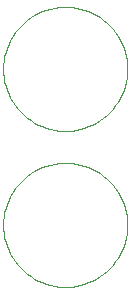
<source format=gm1>
%FSDAX23Y23*%
%MOIN*%
%SFA1B1*%

%IPPOS*%
%ADD74C,0.000800*%
%LNde-160516-1*%
%LPD*%
G54D74*
X02476Y03750D02*
D01*
X02476Y03764*
X02474Y03778*
X02472Y03792*
X02468Y03806*
X02464Y03820*
X02458Y03834*
X02452Y03847*
X02445Y03859*
X02437Y03871*
X02428Y03882*
X02418Y03893*
X02408Y03903*
X02397Y03912*
X02385Y03921*
X02373Y03929*
X02360Y03935*
X02347Y03941*
X02333Y03946*
X02320Y03950*
X02305Y03953*
X02291Y03955*
X02277Y03956*
X02262*
X02248Y03955*
X02234Y03953*
X02219Y03950*
X02206Y03946*
X02192Y03941*
X02179Y03935*
X02166Y03929*
X02154Y03921*
X02142Y03912*
X02131Y03903*
X02121Y03893*
X02111Y03882*
X02102Y03871*
X02094Y03859*
X02087Y03847*
X02081Y03834*
X02075Y03820*
X02071Y03806*
X02067Y03792*
X02065Y03778*
X02063Y03764*
X02063Y03750*
X02063Y03735*
X02065Y03721*
X02067Y03707*
X02071Y03693*
X02075Y03679*
X02081Y03665*
X02087Y03652*
X02094Y03640*
X02102Y03628*
X02111Y03617*
X02121Y03606*
X02131Y03596*
X02142Y03587*
X02154Y03578*
X02166Y03570*
X02179Y03564*
X02192Y03558*
X02206Y03553*
X02219Y03549*
X02234Y03546*
X02248Y03544*
X02262Y03543*
X02277*
X02291Y03544*
X02305Y03546*
X02320Y03549*
X02333Y03553*
X02347Y03558*
X02360Y03564*
X02373Y03570*
X02385Y03578*
X02397Y03587*
X02408Y03596*
X02418Y03606*
X02428Y03617*
X02437Y03628*
X02445Y03640*
X02452Y03652*
X02458Y03665*
X02464Y03679*
X02468Y03693*
X02472Y03707*
X02474Y03721*
X02476Y03735*
X02476Y03750*
Y04270D02*
D01*
X02476Y04284*
X02474Y04298*
X02472Y04312*
X02468Y04326*
X02464Y04340*
X02458Y04354*
X02452Y04367*
X02445Y04379*
X02437Y04391*
X02428Y04402*
X02418Y04413*
X02408Y04423*
X02397Y04432*
X02385Y04441*
X02373Y04449*
X02360Y04455*
X02347Y04461*
X02333Y04466*
X02320Y04470*
X02305Y04473*
X02291Y04475*
X02277Y04476*
X02262*
X02248Y04475*
X02234Y04473*
X02219Y04470*
X02206Y04466*
X02192Y04461*
X02179Y04455*
X02166Y04449*
X02154Y04441*
X02142Y04432*
X02131Y04423*
X02121Y04413*
X02111Y04402*
X02102Y04391*
X02094Y04379*
X02087Y04367*
X02081Y04354*
X02075Y04340*
X02071Y04326*
X02067Y04312*
X02065Y04298*
X02063Y04284*
X02063Y04270*
X02063Y04255*
X02065Y04241*
X02067Y04227*
X02071Y04213*
X02075Y04199*
X02081Y04185*
X02087Y04172*
X02094Y04160*
X02102Y04148*
X02111Y04137*
X02121Y04126*
X02131Y04116*
X02142Y04107*
X02154Y04098*
X02166Y04090*
X02179Y04084*
X02192Y04078*
X02206Y04073*
X02219Y04069*
X02234Y04066*
X02248Y04064*
X02262Y04063*
X02277*
X02291Y04064*
X02305Y04066*
X02320Y04069*
X02333Y04073*
X02347Y04078*
X02360Y04084*
X02373Y04090*
X02385Y04098*
X02397Y04107*
X02408Y04116*
X02418Y04126*
X02428Y04137*
X02437Y04148*
X02445Y04160*
X02452Y04172*
X02458Y04185*
X02464Y04199*
X02468Y04213*
X02472Y04227*
X02474Y04241*
X02476Y04255*
X02476Y04270*
M02*
</source>
